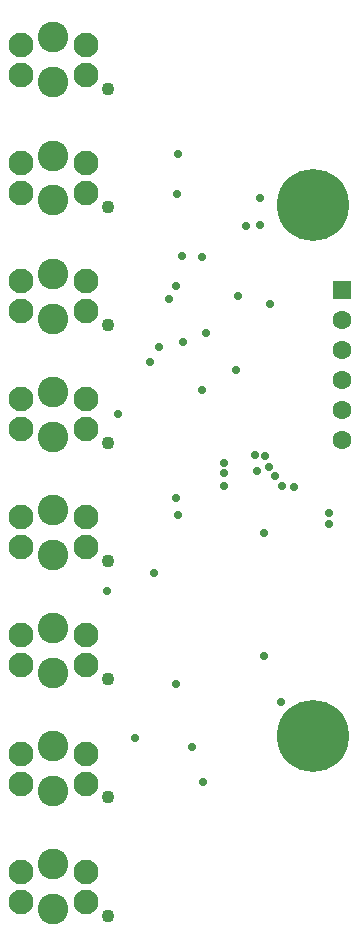
<source format=gts>
G04*
G04 #@! TF.GenerationSoftware,Altium Limited,Altium Designer,20.0.12 (288)*
G04*
G04 Layer_Color=8388736*
%FSLAX44Y44*%
%MOMM*%
G71*
G01*
G75*
%ADD11R,1.6000X1.6000*%
%ADD12C,1.6000*%
%ADD13C,2.1000*%
%ADD14C,1.1000*%
%ADD15C,2.6000*%
%ADD16C,0.7000*%
%ADD17C,6.1000*%
D11*
X306750Y552950D02*
D03*
D12*
Y527550D02*
D03*
Y502150D02*
D03*
Y476750D02*
D03*
Y451350D02*
D03*
Y425950D02*
D03*
D13*
X90000Y60400D02*
D03*
Y35000D02*
D03*
X35000D02*
D03*
Y60400D02*
D03*
X90000Y160400D02*
D03*
Y135000D02*
D03*
X35000D02*
D03*
Y160400D02*
D03*
X90000Y260400D02*
D03*
Y235000D02*
D03*
X35000D02*
D03*
Y260400D02*
D03*
X90000Y360400D02*
D03*
Y335000D02*
D03*
X35000D02*
D03*
Y360400D02*
D03*
X90000Y560400D02*
D03*
Y535000D02*
D03*
X35000D02*
D03*
Y560400D02*
D03*
X90000Y460400D02*
D03*
Y435000D02*
D03*
X35000D02*
D03*
Y460400D02*
D03*
X90000Y660400D02*
D03*
Y635000D02*
D03*
X35000D02*
D03*
Y660400D02*
D03*
Y760400D02*
D03*
Y735000D02*
D03*
X90000D02*
D03*
Y760400D02*
D03*
D14*
X109000Y23200D02*
D03*
Y123200D02*
D03*
Y223200D02*
D03*
Y323200D02*
D03*
Y523200D02*
D03*
Y423200D02*
D03*
Y623200D02*
D03*
Y723200D02*
D03*
D15*
X62500Y28700D02*
D03*
Y66700D02*
D03*
Y128700D02*
D03*
Y166700D02*
D03*
Y228700D02*
D03*
Y266700D02*
D03*
Y328700D02*
D03*
Y366700D02*
D03*
Y528700D02*
D03*
Y566700D02*
D03*
Y428700D02*
D03*
Y466700D02*
D03*
Y628700D02*
D03*
Y666700D02*
D03*
Y766700D02*
D03*
Y728700D02*
D03*
D16*
X131500Y173500D02*
D03*
X233000Y413000D02*
D03*
X255588Y386781D02*
D03*
X265739Y386460D02*
D03*
X295510Y363760D02*
D03*
X295657Y354588D02*
D03*
X241540Y412181D02*
D03*
X250000Y394999D02*
D03*
X245000Y403000D02*
D03*
X235000Y399750D02*
D03*
X108250Y298000D02*
D03*
X168000Y362000D02*
D03*
X217000Y485000D02*
D03*
X219000Y548000D02*
D03*
X206762Y406769D02*
D03*
X144000Y492000D02*
D03*
X206750Y398000D02*
D03*
X241000Y347000D02*
D03*
X246000Y541000D02*
D03*
X152000Y505000D02*
D03*
X237000Y631000D02*
D03*
X171040Y581310D02*
D03*
X147520Y313540D02*
D03*
X117000Y448000D02*
D03*
X168000Y668000D02*
D03*
X241000Y243000D02*
D03*
X255276Y203736D02*
D03*
X172475Y508525D02*
D03*
X207000Y386750D02*
D03*
X166000Y377000D02*
D03*
X188000Y468000D02*
D03*
X160000Y545000D02*
D03*
X191975Y516275D02*
D03*
X237000Y608000D02*
D03*
X166000Y556000D02*
D03*
Y219000D02*
D03*
X180000Y166000D02*
D03*
X189000Y136000D02*
D03*
X225250Y607220D02*
D03*
X188500Y580500D02*
D03*
X167500Y634000D02*
D03*
D17*
X282000Y175000D02*
D03*
Y625000D02*
D03*
M02*

</source>
